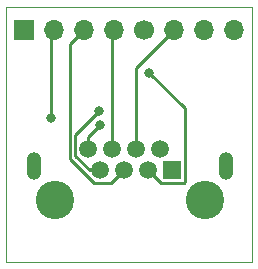
<source format=gbr>
G04 #@! TF.GenerationSoftware,KiCad,Pcbnew,(5.1.6)-1*
G04 #@! TF.CreationDate,2021-11-18T20:59:38-06:00*
G04 #@! TF.ProjectId,RJ45Breakout,524a3435-4272-4656-916b-6f75742e6b69,rev?*
G04 #@! TF.SameCoordinates,Original*
G04 #@! TF.FileFunction,Copper,L1,Top*
G04 #@! TF.FilePolarity,Positive*
%FSLAX46Y46*%
G04 Gerber Fmt 4.6, Leading zero omitted, Abs format (unit mm)*
G04 Created by KiCad (PCBNEW (5.1.6)-1) date 2021-11-18 20:59:38*
%MOMM*%
%LPD*%
G01*
G04 APERTURE LIST*
G04 #@! TA.AperFunction,Profile*
%ADD10C,0.050000*%
G04 #@! TD*
G04 #@! TA.AperFunction,ComponentPad*
%ADD11C,1.700000*%
G04 #@! TD*
G04 #@! TA.AperFunction,ComponentPad*
%ADD12O,1.700000X1.700000*%
G04 #@! TD*
G04 #@! TA.AperFunction,ComponentPad*
%ADD13R,1.700000X1.700000*%
G04 #@! TD*
G04 #@! TA.AperFunction,ComponentPad*
%ADD14O,1.259000X2.362000*%
G04 #@! TD*
G04 #@! TA.AperFunction,ComponentPad*
%ADD15R,1.500000X1.500000*%
G04 #@! TD*
G04 #@! TA.AperFunction,ComponentPad*
%ADD16C,1.500000*%
G04 #@! TD*
G04 #@! TA.AperFunction,WasherPad*
%ADD17C,3.250000*%
G04 #@! TD*
G04 #@! TA.AperFunction,ViaPad*
%ADD18C,0.800000*%
G04 #@! TD*
G04 #@! TA.AperFunction,Conductor*
%ADD19C,0.250000*%
G04 #@! TD*
G04 APERTURE END LIST*
D10*
X140410000Y-114160000D02*
X140410000Y-92530000D01*
X161200000Y-114160000D02*
X140410000Y-114160000D01*
X161190000Y-92530000D02*
X161200000Y-114160000D01*
X140410000Y-92530000D02*
X161190000Y-92530000D01*
D11*
X152070000Y-94490000D03*
D12*
X154610000Y-94490000D03*
X157150000Y-94490000D03*
X159690000Y-94490000D03*
D13*
X141910000Y-94490000D03*
D12*
X144450000Y-94490000D03*
X146990000Y-94490000D03*
X149530000Y-94490000D03*
D14*
X159009080Y-106020870D03*
X142749080Y-106020870D03*
D15*
X154428380Y-106382820D03*
D16*
X153408380Y-104602820D03*
X152398380Y-106382820D03*
X151378380Y-104602820D03*
X150368380Y-106382820D03*
X149348380Y-104602820D03*
X148338380Y-106382820D03*
X147318380Y-104602820D03*
D17*
X157229080Y-108922820D03*
X144529080Y-108922820D03*
D18*
X144200000Y-101940000D03*
X152507340Y-98107340D03*
X148260000Y-101330000D03*
X148330000Y-102560000D03*
D19*
X144200000Y-94740000D02*
X144450000Y-94490000D01*
X144200000Y-101940000D02*
X144200000Y-94740000D01*
X155503381Y-107392821D02*
X155503381Y-101103381D01*
X153473381Y-107457821D02*
X155438381Y-107457821D01*
X155503381Y-101103381D02*
X152507340Y-98107340D01*
X152398380Y-106382820D02*
X153473381Y-107457821D01*
X155438381Y-107457821D02*
X155503381Y-107392821D01*
X151378380Y-104602820D02*
X151378380Y-97721620D01*
X151378380Y-97721620D02*
X154610000Y-94490000D01*
X150368380Y-106382820D02*
X149293379Y-107457821D01*
X147822379Y-107457821D02*
X145793368Y-105428810D01*
X145793368Y-95686632D02*
X146990000Y-94490000D01*
X149293379Y-107457821D02*
X147822379Y-107457821D01*
X145793368Y-105428810D02*
X145793368Y-95686632D01*
X149348380Y-94671620D02*
X149530000Y-94490000D01*
X149348380Y-104602820D02*
X149348380Y-94671620D01*
X146243379Y-105118821D02*
X146243379Y-103346621D01*
X146243379Y-103346621D02*
X148260000Y-101330000D01*
X148338380Y-106382820D02*
X147507378Y-106382820D01*
X147507378Y-106382820D02*
X146243379Y-105118821D01*
X147318380Y-103571620D02*
X148330000Y-102560000D01*
X147318380Y-104602820D02*
X147318380Y-103571620D01*
M02*

</source>
